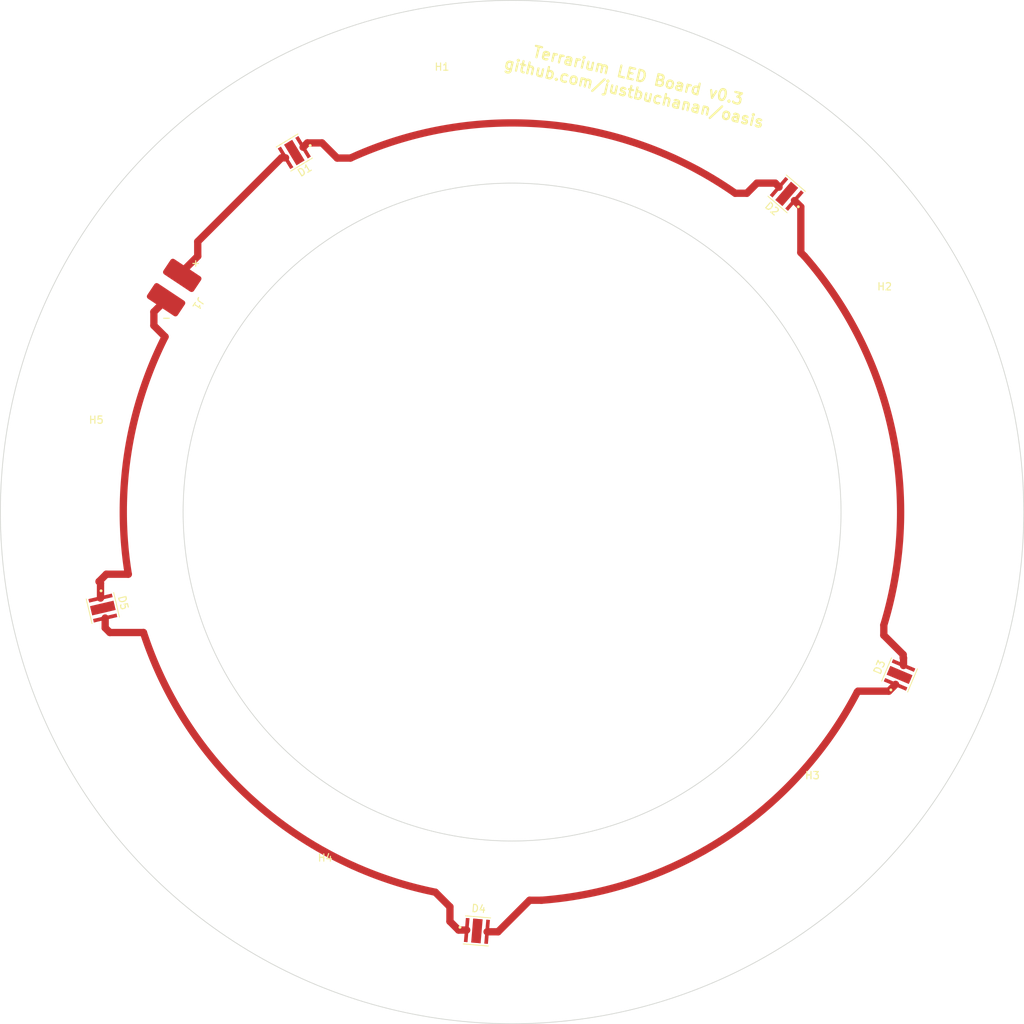
<source format=kicad_pcb>
(kicad_pcb (version 20241229) (generator "pcbnew") (generator_version "9.0")
  (title_block (title "Terrarium LED Board") (date "2025-03-11") (rev "mar-2025") (company "Justin Buchanan"))
  (layers (0 "F.Cu" signal) (2 "B.Cu" signal) (13 "F.Paste" user) (15 "B.Paste" user) (5 "F.SilkS" user "F.Silkscreen") (7 "B.SilkS" user "B.Silkscreen") (1 "F.Mask" user) (3 "B.Mask" user) (25 "Edge.Cuts" user))
  (net 0 "")
  (net 2 "Net-(D1-K)")
  (net 3 "Net-(D2-K)")
  (net 4 "Net-(D3-K)")
  (net 5 "Net-(D4-K)")
  (net 6 "/led_P")
  (net 7 "/led_N")
  (footprint "lib:LED_XTEAWT-00-0000-000000F51" (layer "F.Cu") (at 70.213 50.817 -148.8)
    (property "Reference" "D1" (at 0.040122 -2.810064 211.2) (layer "F.SilkS"))
    (property "Value" "LED_Pad" (hide yes))
    (fp_line (start -1.725 1.925) (end 1.725 1.925) (stroke (width 0.127)) (layer "F.SilkS"))
    (fp_line (start -1.725 -1.925) (end 1.725 -1.925) (stroke (width 0.127)) (layer "F.SilkS"))
    (fp_circle (center -2.35 -0.3) (end -2.25 -0.300001) (stroke (width 0.2)) (fill no) (layer "F.SilkS"))
    (pad "1" smd rect (at -1.4 0 211.2) (size 0.5 3.3) (layers "F.Cu" "F.Mask" "F.Paste") (net 2 "Net-(D1-K)"))
    (pad "2" smd rect (at 1.4 0 211.2) (size 0.5 3.3) (layers "F.Cu" "F.Mask" "F.Paste") (net 6 "/led_P"))
    (pad "3" smd rect (at 0 0 211.2) (size 1.3 3.3) (layers "F.Cu" "F.Mask"))
  )
  (footprint "MountingHole:MountingHole_3.2mm_M3" (layer "F.Cu") (at 43.117 91.6)
    (property "Reference" "H5" (at 0 -4.2 0) (layer "F.SilkS"))
    (property "Value" "MountingHole")
    (pad "" np_thru_hole circle (at 0 0) (size 3.2 3.2) (drill 3.2) (layers "*.Cu" "*.Mask"))
  )
  (footprint "lib:LED_XTEAWT-00-0000-000000F51" (layer "F.Cu") (at 44.019 113.13 -76.8)
    (property "Reference" "D5" (at -0.072038 -2.875227 103.2) (layer "F.SilkS"))
    (property "Value" "LED_Pad" (hide yes))
    (fp_line (start -1.725 1.925) (end 1.725 1.925) (stroke (width 0.127)) (layer "F.SilkS"))
    (fp_line (start -1.725 -1.925) (end 1.725 -1.925) (stroke (width 0.127)) (layer "F.SilkS"))
    (fp_circle (center -2.35 -0.3) (end -2.25 -0.3) (stroke (width 0.2)) (fill no) (layer "F.SilkS"))
    (pad "1" smd rect (at -1.399999 0 283.2) (size 0.5 3.3) (layers "F.Cu" "F.Mask" "F.Paste") (net 7 "/led_N"))
    (pad "2" smd rect (at 1.399999 0 283.2) (size 0.5 3.3) (layers "F.Cu" "F.Mask" "F.Paste") (net 5 "Net-(D4-K)"))
    (pad "3" smd rect (at 0 0 283.2) (size 1.3 3.3) (layers "F.Cu" "F.Mask"))
  )
  (footprint "MountingHole:MountingHole_3.2mm_M3" (layer "F.Cu") (at 150.957 73.36)
    (property "Reference" "H2" (at 0 -4.2 0) (layer "F.SilkS"))
    (property "Value" "MountingHole")
    (pad "" np_thru_hole circle (at 0 0) (size 3.2 3.2) (drill 3.2) (layers "*.Cu" "*.Mask"))
  )
  (footprint "MountingHole:MountingHole_3.2mm_M3" (layer "F.Cu") (at 141.082 140.231)
    (property "Reference" "H3" (at 0 -4.2 0) (layer "F.SilkS"))
    (property "Value" "MountingHole")
    (pad "" np_thru_hole circle (at 0 0) (size 3.2 3.2) (drill 3.2) (layers "*.Cu" "*.Mask"))
  )
  (footprint "lib:LED_XTEAWT-00-0000-000000F51" (layer "F.Cu") (at 95.189 157.298 -4.8)
    (property "Reference" "D4" (at -0.013389 -3.041186 175.2) (layer "F.SilkS"))
    (property "Value" "LED_Pad" (hide yes))
    (fp_line (start -1.725 1.925) (end 1.725 1.925) (stroke (width 0.127)) (layer "F.SilkS"))
    (fp_line (start -1.725 -1.925) (end 1.725 -1.925) (stroke (width 0.127)) (layer "F.SilkS"))
    (fp_circle (center -2.35 -0.3) (end -2.25 -0.3) (stroke (width 0.2)) (fill no) (layer "F.SilkS"))
    (pad "1" smd rect (at -1.4 0 355.2) (size 0.5 3.3) (layers "F.Cu" "F.Mask" "F.Paste") (net 5 "Net-(D4-K)"))
    (pad "2" smd rect (at 1.4 0 355.2) (size 0.5 3.3) (layers "F.Cu" "F.Mask" "F.Paste") (net 4 "Net-(D3-K)"))
    (pad "3" smd rect (at 0 0 355.2) (size 1.3 3.3) (layers "F.Cu" "F.Mask"))
  )
  (footprint "lib:LED_XTEAWT-00-0000-000000F51" (layer "F.Cu") (at 137.572 56.473 139.2)
    (property "Reference" "D2" (at 0.193068 -2.850798 139.2) (layer "F.SilkS"))
    (property "Value" "LED_Pad" (hide yes))
    (fp_line (start -1.725 -1.925) (end 1.725 -1.925) (stroke (width 0.127)) (layer "F.SilkS"))
    (fp_line (start -1.725 1.925) (end 1.725 1.925) (stroke (width 0.127)) (layer "F.SilkS"))
    (fp_circle (center -2.35 -0.3) (end -2.25 -0.3) (stroke (width 0.2)) (fill no) (layer "F.SilkS"))
    (pad "1" smd rect (at -1.4 0 139.2) (size 0.5 3.3) (layers "F.Cu" "F.Mask" "F.Paste") (net 3 "Net-(D2-K)"))
    (pad "2" smd rect (at 1.4 0 139.2) (size 0.5 3.3) (layers "F.Cu" "F.Mask" "F.Paste") (net 2 "Net-(D1-K)"))
    (pad "3" smd rect (at 0 0 139.2) (size 1.3 3.3) (layers "F.Cu" "F.Mask"))
  )
  (footprint "MountingHole:MountingHole_3.2mm_M3" (layer "F.Cu") (at 74.433 151.503)
    (property "Reference" "H4" (at 0 -4.2 0) (layer "F.SilkS"))
    (property "Value" "MountingHole")
    (pad "" np_thru_hole circle (at 0 0) (size 3.2 3.2) (drill 3.2) (layers "*.Cu" "*.Mask"))
  )
  (footprint "lib:wire2board_smt_justin" (layer "F.Cu") (at 52.107 68.18 -123.6)
    (property "Reference" "J1" (at 0 -5.999999 236.4) (layer "F.SilkS"))
    (property "Value" "Conn_01x02")
    (pad "" np_thru_hole circle (at 0 3.499999 236.4) (size 1.905 1.905) (drill 2) (layers "*.Cu" "*.Mask"))
    (pad "" np_thru_hole circle (at 0 7 236.4) (size 1.905 1.905) (drill 2) (layers "*.Cu" "*.Mask"))
    (pad "1" smd roundrect (at -2 -2.000001 236.4) (size 2.5 5) (layers "F.Cu" "F.Mask" "F.Paste") (roundrect_rratio 0.15) (net 6 "/led_P"))
    (pad "2" smd roundrect (at 2.000001 -2 236.4) (size 2.5 5) (layers "F.Cu" "F.Mask" "F.Paste") (roundrect_rratio 0.15) (net 7 "/led_N"))
  )
  (footprint "lib:LED_XTEAWT-00-0000-000000F51" (layer "F.Cu") (at 153.007 122.282 67.2)
    (property "Reference" "D3" (at -0.089954 -2.938455 67.2) (layer "F.SilkS"))
    (property "Value" "LED_Pad" (hide yes))
    (fp_line (start -1.725 -1.925) (end 1.725 -1.925) (stroke (width 0.127)) (layer "F.SilkS"))
    (fp_line (start -1.725 1.925) (end 1.725 1.925) (stroke (width 0.127)) (layer "F.SilkS"))
    (fp_circle (center -2.35 -0.3) (end -2.25 -0.3) (stroke (width 0.2)) (fill no) (layer "F.SilkS"))
    (pad "1" smd rect (at -1.4 0 67.2) (size 0.5 3.3) (layers "F.Cu" "F.Mask" "F.Paste") (net 4 "Net-(D3-K)"))
    (pad "2" smd rect (at 1.4 0 67.2) (size 0.5 3.3) (layers "F.Cu" "F.Mask" "F.Paste") (net 3 "Net-(D2-K)"))
    (pad "3" smd rect (at 0 0 67.2) (size 1.3 3.3) (layers "F.Cu" "F.Mask"))
  )
  (footprint "MountingHole:MountingHole_3.2mm_M3" (layer "F.Cu") (at 90.411 43.305)
    (property "Reference" "H1" (at 0 -4.2 0) (layer "F.SilkS"))
    (property "Value" "MountingHole")
    (pad "" np_thru_hole circle (at 0 0) (size 3.2 3.2) (drill 3.2) (layers "*.Cu" "*.Mask"))
  )
  (gr_arc (start 77.891775 51.572462) (mid 104.849972 46.98606) (end 130.528455 56.387921) (stroke (width 1)) (layer "F.Cu") (net 2))
  (gr_arc (start 47.5 108.5) (mid 47.443062 91.859467) (end 52.531456 76.015894) (stroke (width 1)) (layer "F.Cu") (net 7))
  (gr_arc (start 89.5 152) (mid 64.736851 139.632819) (end 49.573858 116.475868) (stroke (width 1)) (layer "F.Cu") (net 5))
  (gr_arc (start 147.223239 124.61637) (mid 129.309173 144.463157) (end 104.007782 153.103086) (stroke (width 1)) (layer "F.Cu") (net 4))
  (gr_arc (start 140 65) (mid 151.962026 88.821994) (end 150.853948 115.455612) (stroke (width 1)) (layer "F.Cu") (net 3))
  (gr_circle (center 100 100) (end 170 100) (stroke (width 0.1)) (fill no) (layer "Edge.Cuts"))
  (gr_circle (center 100 100) (end 145 100) (stroke (width 0.1)) (fill no) (layer "Edge.Cuts"))
  (gr_text "Terrarium LED Board v0.3\ngithub.com/justbuchanan/oasis" (at 116.5 43.5 347) (layer "F.SilkS") (effects (font (size 1.5 1.5) (thickness 0.3) (bold yes)) (justify bottom)))
  (gr_text "-" (at 52 74 0) (layer "F.SilkS") (effects (font (size 1 1)) (justify left bottom)))
  (gr_text "+" (at 56 66.5 0) (layer "F.SilkS") (effects (font (size 1 1)) (justify left bottom)))
  (segment (start 71.41051 50.091762) (end 71.502272 50) (width 1) (layer "F.Cu") (net 2))
  (segment (start 133.5 55) (end 136 55) (width 1) (layer "F.Cu") (net 2))
  (segment (start 76.072462 51.572462) (end 77.891775 51.572462) (width 1) (layer "F.Cu") (net 2))
  (segment (start 130.528455 56.387921) (end 132.112079 56.387921) (width 1) (layer "F.Cu") (net 2))
  (segment (start 71.502272 50) (end 71.502272 49.997728) (width 1) (layer "F.Cu") (net 2))
  (segment (start 71.502272 49.997728) (end 72 49.5) (width 1) (layer "F.Cu") (net 2))
  (segment (start 74 49.5) (end 76.072462 51.572462) (width 1) (layer "F.Cu") (net 2))
  (segment (start 132.112079 56.387921) (end 133.5 55) (width 1) (layer "F.Cu") (net 2))
  (segment (start 136 55) (end 136.512207 55.512207) (width 1) (layer "F.Cu") (net 2))
  (segment (start 136.512207 55.512207) (end 136.512207 55.558211) (width 1) (layer "F.Cu") (net 2))
  (segment (start 72 49.5) (end 74 49.5) (width 1) (layer "F.Cu") (net 2))
  (segment (start 153.549522 120.991391) (end 153.549522 119.950478) (width 1) (layer "F.Cu") (net 3))
  (segment (start 139.5 58.255996) (end 138.631793 57.387789) (width 1) (layer "F.Cu") (net 3))
  (segment (start 153.5 119.5) (end 150.853948 116.853948) (width 1) (layer "F.Cu") (net 3))
  (segment (start 139.5 64.5) (end 139.5 58.255996) (width 1) (layer "F.Cu") (net 3))
  (segment (start 153.5 119.900956) (end 153.5 119.5) (width 1) (layer "F.Cu") (net 3))
  (segment (start 153.549522 119.950478) (end 153.5 119.900956) (width 1) (layer "F.Cu") (net 3))
  (segment (start 150.853948 116.853948) (end 150.853948 115.455612) (width 1) (layer "F.Cu") (net 3))
  (segment (start 140 65) (end 139.5 64.5) (width 1) (layer "F.Cu") (net 3))
  (segment (start 98.084851 157.415149) (end 102.396914 153.103086) (width 1) (layer "F.Cu") (net 4))
  (segment (start 151.537087 124.5) (end 152.464478 123.572609) (width 1) (layer "F.Cu") (net 4))
  (segment (start 102.396914 153.103086) (end 104.007782 153.103086) (width 1) (layer "F.Cu") (net 4))
  (segment (start 96.58409 157.415149) (end 98.084851 157.415149) (width 1) (layer "F.Cu") (net 4))
  (segment (start 147.339609 124.5) (end 151.537087 124.5) (width 1) (layer "F.Cu") (net 4))
  (segment (start 147.223239 124.61637) (end 147.339609 124.5) (width 1) (layer "F.Cu") (net 4))
  (segment (start 44.975868 116.475868) (end 44.338691 115.838691) (width 1) (layer "F.Cu") (net 5))
  (segment (start 92.680851 157.180851) (end 91.5 156) (width 1) (layer "F.Cu") (net 5))
  (segment (start 91.5 156) (end 91.5 154) (width 1) (layer "F.Cu") (net 5))
  (segment (start 44.338691 115.838691) (end 44.338691 114.49301) (width 1) (layer "F.Cu") (net 5))
  (segment (start 49.573858 116.475868) (end 44.975868 116.475868) (width 1) (layer "F.Cu") (net 5))
  (segment (start 91.5 154) (end 89.5 152) (width 1) (layer "F.Cu") (net 5))
  (segment (start 93.79391 157.180851) (end 92.680851 157.180851) (width 1) (layer "F.Cu") (net 5))
  (segment (start 57 63) (end 68.457762 51.542238) (width 1) (layer "F.Cu") (net 6))
  (segment (start 54.879625 67.120375) (end 57 65) (width 1) (layer "F.Cu") (net 6))
  (segment (start 54.879625 67.62094) (end 54.879625 67.120375) (width 1) (layer "F.Cu") (net 6))
  (segment (start 57 65) (end 57 63) (width 1) (layer "F.Cu") (net 6))
  (segment (start 68.457762 51.542238) (end 69.01549 51.542238) (width 1) (layer "F.Cu") (net 6))
  (segment (start 44.5 108.5) (end 47.5 108.5) (width 1) (layer "F.Cu") (net 7))
  (segment (start 52.66606 70.952625) (end 51 72.618685) (width 1) (layer "F.Cu") (net 7))
  (segment (start 51 74.484438) (end 52.531456 76.015894) (width 1) (layer "F.Cu") (net 7))
  (segment (start 43.699309 109.699309) (end 43.5 109.5) (width 1) (layer "F.Cu") (net 7))
  (segment (start 43.699309 111.76699) (end 43.699309 109.699309) (width 1) (layer "F.Cu") (net 7))
  (segment (start 51 72.618685) (end 51 74.484438) (width 1) (layer "F.Cu") (net 7))
  (segment (start 43.5 109.5) (end 44.5 108.5) (width 1) (layer "F.Cu") (net 7))
)
</source>
